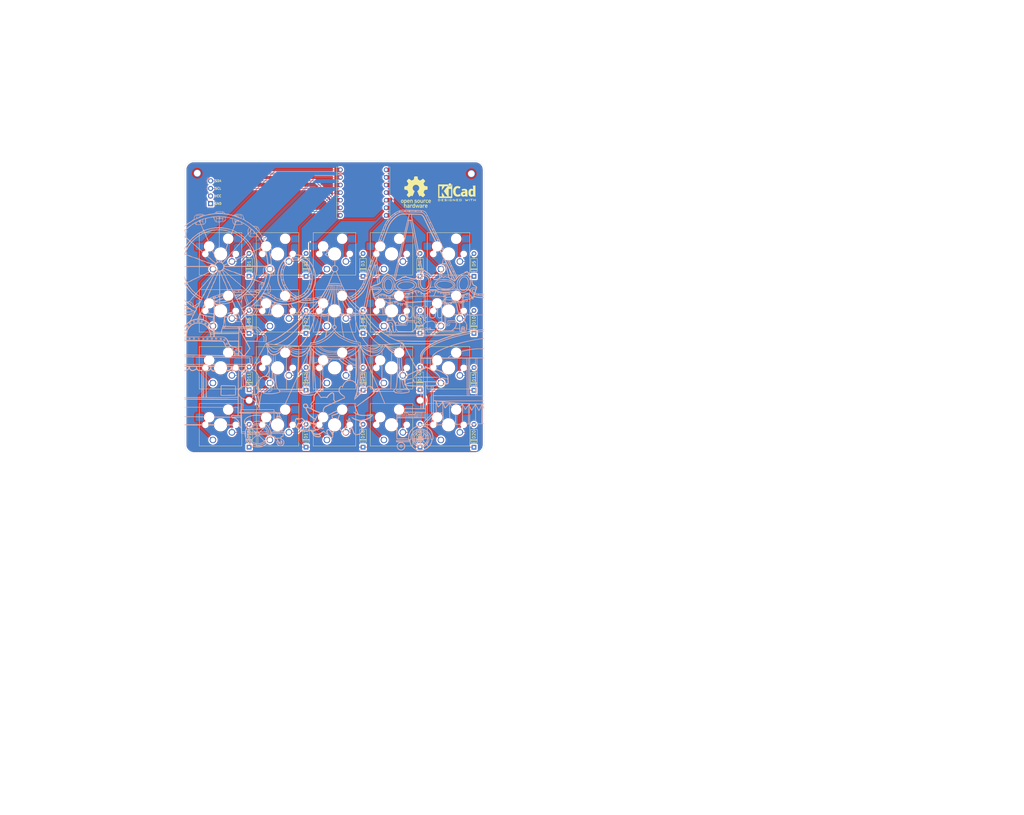
<source format=kicad_pcb>
(kicad_pcb (version 20241229) (generator "pcbnew") (generator_version "9.0")
  (layers (0 "F.Cu" signal) (2 "B.Cu" signal) (13 "F.Paste" user) (15 "B.Paste" user) (5 "F.SilkS" user "F.Silkscreen") (7 "B.SilkS" user "B.Silkscreen") (1 "F.Mask" user) (3 "B.Mask" user) (25 "Edge.Cuts" user))
  (net 0 "")
  (net 1 "Net-(D1-A)")
  (net 2 "R1")
  (net 3 "Net-(D2-A)")
  (net 4 "Net-(D3-A)")
  (net 5 "Net-(D4-A)")
  (net 6 "Net-(D5-A)")
  (net 7 "R2")
  (net 8 "Net-(D6-A)")
  (net 9 "Net-(D7-A)")
  (net 10 "Net-(D8-A)")
  (net 11 "R3")
  (net 12 "Net-(D9-A)")
  (net 13 "Net-(D10-A)")
  (net 14 "Net-(D11-A)")
  (net 15 "Net-(D12-A)")
  (net 16 "Net-(D13-A)")
  (net 17 "Net-(D14-A)")
  (net 18 "Net-(D15-A)")
  (net 19 "Net-(D16-A)")
  (net 20 "SDA")
  (net 21 "SCL")
  (net 22 "+3V3")
  (net 23 "GND")
  (net 24 "C1")
  (net 25 "C2")
  (net 26 "C4")
  (net 27 "C3")
  (net 29 "Net-(D17-A)")
  (net 30 "Net-(D18-A)")
  (net 31 "C5")
  (net 32 "R4")
  (net 33 "Net-(D19-A)")
  (net 34 "Net-(D20-A)")
  (footprint "Diode_THT:D_DO-35_SOD27_P7.62mm_Horizontal" (layer "F.Cu") (at 104.7718 45.5482 90)
    (property "Reference" "D4")
    (property "Value" "1N4148")
  )
  (footprint "MountingHole:MountingHole_2.2mm_M2_Pad_TopOnly" (layer "F.Cu") (at 121.914634 11.251566)
    (property "Reference" "REF**" (hide yes))
    (property "Value" "MountingHole_2.2mm_M2_Pad_TopOnly")
  )
  (footprint "Diode_THT:D_DO-35_SOD27_P7.62mm_Horizontal" (layer "F.Cu") (at 122.8 45.6 90)
    (property "Reference" "D5")
    (property "Value" "1N4148")
  )
  (footprint "Diode_THT:D_DO-35_SOD27_P7.62mm_Horizontal" (layer "F.Cu") (at 122.8 102.75 90)
    (property "Reference" "D20")
    (property "Value" "1N4148")
  )
  (footprint "Diode_THT:D_DO-35_SOD27_P7.62mm_Horizontal" (layer "F.Cu") (at 66.6718 83.6482 90)
    (property "Reference" "D12")
    (property "Value" "1N4148")
  )
  (footprint "dual_hotswap:dual-hotswap_MX" (layer "F.Cu") (at 57.15 95.25)
    (property "Reference" "SW17" (hide yes))
    (property "Value" "SW_Push_45deg")
  )
  (footprint "dual_hotswap:dual-hotswap_MX" (layer "F.Cu") (at 38.1 76.2)
    (property "Reference" "SW11" (hide yes))
    (property "Value" "SW_Push_45deg")
  )
  (footprint "dual_hotswap:dual-hotswap_MX" (layer "F.Cu") (at 76.2 76.2)
    (property "Reference" "SW13" (hide yes))
    (property "Value" "SW_Push_45deg")
  )
  (footprint "dual_hotswap:dual-hotswap_MX" (layer "F.Cu") (at 57.15 57.15)
    (property "Reference" "SW7" (hide yes))
    (property "Value" "SW_Push_45deg")
  )
  (footprint "MountingHole:MountingHole_2.2mm_M2_Pad_TopOnly" (layer "F.Cu") (at 47.63 87.06)
    (property "Reference" "REF**" (hide yes))
    (property "Value" "MountingHole_2.2mm_M2_Pad_TopOnly")
  )
  (footprint "dual_hotswap:dual-hotswap_MX" (layer "F.Cu") (at 38.1 95.25)
    (property "Reference" "SW16" (hide yes))
    (property "Value" "SW_Push_45deg")
  )
  (footprint "Diode_THT:D_DO-35_SOD27_P7.62mm_Horizontal" (layer "F.Cu") (at 66.6718 64.5982 90)
    (property "Reference" "D7")
    (property "Value" "1N4148")
  )
  (footprint "Diode_THT:D_DO-35_SOD27_P7.62mm_Horizontal" (layer "F.Cu") (at 104.77 83.56 90)
    (property "Reference" "D14")
    (property "Value" "1N4148")
  )
  (footprint "dual_hotswap:dual-hotswap_MX" (layer "F.Cu") (at 95.25 76.2)
    (property "Reference" "SW14" (hide yes))
    (property "Value" "SW_Push_45deg")
  )
  (footprint "dual_hotswap:dual-hotswap_MX" (layer "F.Cu") (at 114.3 38.1)
    (property "Reference" "SW5" (hide yes))
    (property "Value" "SW_Push_45deg")
  )
  (footprint "dual_hotswap:dual-hotswap_MX" (layer "F.Cu") (at 76.2 95.25)
    (property "Reference" "SW18" (hide yes))
    (property "Value" "SW_Push_45deg")
  )
  (footprint "Diode_THT:D_DO-35_SOD27_P7.62mm_Horizontal" (layer "F.Cu") (at 47.6218 64.5982 90)
    (property "Reference" "D6")
    (property "Value" "1N4148")
  )
  (footprint "dual_hotswap:dual-hotswap_MX" (layer "F.Cu") (at 114.3 95.25)
    (property "Reference" "SW20" (hide yes))
    (property "Value" "SW_Push_45deg")
  )
  (footprint "Diode_THT:D_DO-35_SOD27_P7.62mm_Horizontal" (layer "F.Cu") (at 85.7218 83.6482 90)
    (property "Reference" "D13")
    (property "Value" "1N4148")
  )
  (footprint "Diode_THT:D_DO-35_SOD27_P7.62mm_Horizontal" (layer "F.Cu") (at 104.7718 102.6982 90)
    (property "Reference" "D19")
    (property "Value" "1N4148")
  )
  (footprint "Diode_THT:D_DO-35_SOD27_P7.62mm_Horizontal" (layer "F.Cu") (at 85.7218 45.5482 90)
    (property "Reference" "D3")
    (property "Value" "1N4148")
  )
  (footprint "MountingHole:MountingHole_2.2mm_M2_Pad_TopOnly" (layer "F.Cu") (at 30.3 11.1)
    (property "Reference" "REF**" (hide yes))
    (property "Value" "MountingHole_2.2mm_M2_Pad_TopOnly")
  )
  (footprint "dual_hotswap:dual-hotswap_MX" (layer "F.Cu") (at 76.2 57.15)
    (property "Reference" "SW8" (hide yes))
    (property "Value" "SW_Push_45deg")
  )
  (footprint "MountingHole:MountingHole_2.2mm_M2_Pad_TopOnly" (layer "F.Cu") (at 104.775 87.06)
    (property "Reference" "REF**" (hide yes))
    (property "Value" "MountingHole_2.2mm_M2_Pad_TopOnly")
  )
  (footprint "dual_hotswap:dual-hotswap_MX" (layer "F.Cu") (at 76.2 38.1)
    (property "Reference" "SW3" (hide yes))
    (property "Value" "SW_Push_45deg")
  )
  (footprint "0.91-OLED:SSD1306-0.91-OLED-4pin-128x32" (layer "F.Cu") (at 71.2598 23.4618 180)
    (property "Reference" "J1" (hide yes))
    (property "Value" "Conn_01x04_Socket")
  )
  (footprint "Diode_THT:D_DO-35_SOD27_P7.62mm_Horizontal" (layer "F.Cu") (at 85.7218 64.5982 90)
    (property "Reference" "D8")
    (property "Value" "1N4148")
  )
  (footprint "dual_hotswap:dual-hotswap_MX" (layer "F.Cu") (at 95.25 57.15)
    (property "Reference" "SW9" (hide yes))
    (property "Value" "SW_Push_45deg")
  )
  (footprint "dual_hotswap:dual-hotswap_MX" (layer "F.Cu") (at 38.1 57.15)
    (property "Reference" "SW6" (hide yes))
    (property "Value" "SW_Push_45deg")
  )
  (footprint "dual_hotswap:dual-hotswap_MX" (layer "F.Cu") (at 95.25 38.1)
    (property "Reference" "SW4" (hide yes))
    (property "Value" "SW_Push_45deg")
  )
  (footprint "dual_hotswap:dual-hotswap_MX" (layer "F.Cu") (at 57.15 38.1)
    (property "Reference" "SW2" (hide yes))
    (property "Value" "SW_Push_45deg")
  )
  (footprint "Diode_THT:D_DO-35_SOD27_P7.62mm_Horizontal" (layer "F.Cu") (at 66.6718 45.5482 90)
    (property "Reference" "D2")
    (property "Value" "1N4148")
  )
  (footprint "Diode_THT:D_DO-35_SOD27_P7.62mm_Horizontal" (layer "F.Cu") (at 104.7718 64.5982 90)
    (property "Reference" "D9")
    (property "Value" "1N4148")
  )
  (footprint "dual_hotswap:dual-hotswap_MX" (layer "F.Cu") (at 57.15 76.2)
    (property "Reference" "SW12" (hide yes))
    (property "Value" "SW_Push_45deg")
  )
  (footprint "dual_hotswap:dual-hotswap_MX" (layer "F.Cu") (at 114.3 76.2)
    (property "Reference" "SW15" (hide yes))
    (property "Value" "SW_Push_45deg")
  )
  (footprint "Diode_THT:D_DO-35_SOD27_P7.62mm_Horizontal" (layer "F.Cu") (at 122.8 64.65 90)
    (property "Reference" "D10")
    (property "Value" "1N4148")
  )
  (footprint "dual_hotswap:dual-hotswap_MX" (layer "F.Cu") (at 38.1 38.1)
    (property "Reference" "SW1" (hide yes))
    (property "Value" "SW_Push_45deg")
  )
  (footprint "dual_hotswap:dual-hotswap_MX" (layer "F.Cu") (at 95.25 95.25)
    (property "Reference" "SW19" (hide yes))
    (property "Value" "SW_Push_45deg")
  )
  (footprint "Diode_THT:D_DO-35_SOD27_P7.62mm_Horizontal" (layer "F.Cu") (at 47.6218 102.6982 90)
    (property "Reference" "D16")
    (property "Value" "1N4148")
  )
  (footprint "Diode_THT:D_DO-35_SOD27_P7.62mm_Horizontal" (layer "F.Cu") (at 66.6718 102.6982 90)
    (property "Reference" "D17")
    (property "Value" "1N4148")
  )
  (footprint "Diode_THT:D_DO-35_SOD27_P7.62mm_Horizontal" (layer "F.Cu") (at 122.8 83.7 90)
    (property "Reference" "D15")
    (property "Value" "1N4148")
  )
  (footprint "Symbol:KiCad-Logo2_5mm_SilkScreen" (layer "F.Cu") (at 117.1 17.45)
    (property "Reference" "logo1" (hide yes))
    (property "Value" "KiCad-Logo2_5mm_SilkScreen" (hide yes))
  )
  (footprint "Diode_THT:D_DO-35_SOD27_P7.62mm_Horizontal" (layer "F.Cu") (at 47.63 83.55 90)
    (property "Reference" "D11")
    (property "Value" "1N4148")
  )
  (footprint "Diode_THT:D_DO-35_SOD27_P7.62mm_Horizontal" (layer "F.Cu") (at 85.7218 102.6982 90)
    (property "Reference" "D18")
    (property "Value" "1N4148")
  )
  (footprint "Diode_THT:D_DO-35_SOD27_P7.62mm_Horizontal" (layer "F.Cu") (at 47.6 45.52 90)
    (property "Reference" "D1")
    (property "Value" "1N4148")
  )
  (footprint "dual_hotswap:dual-hotswap_MX" (layer "F.Cu") (at 114.3 57.15)
    (property "Reference" "SW10" (hide yes))
    (property "Value" "SW_Push_45deg")
  )
  (footprint "Seeed-XIAO:XIAO-RP2040-DIP" (layer "F.Cu") (at 85.8012 17.5768)
    (property "Reference" "U1" (hide yes))
    (property "Value" "XIAO-RP2040-DIP")
  )
  (footprint "LOGO" (layer "F.Cu") (at 103.4 17.414668)
    (property "Reference" "G***" (hide yes))
    (property "Value" "LOGO" (hide yes))
  )
  (footprint "LOGO" (layer "B.Cu") (at 76.102862 60.227255 180)
    (property "Reference" "G***" (hide yes))
    (property "Value" "LOGO" (hide yes))
  )
  (gr_arc (start 26.2 9.9662) (mid 27.07868 7.84488) (end 29.2 6.9662) (stroke (width 0.05)) (layer "Edge.Cuts"))
  (gr_line (start 123.2 104.855) (end 29.2 104.855) (stroke (width 0.05)) (layer "Edge.Cuts"))
  (gr_arc (start 126.2 101.855) (mid 125.32132 103.97632) (end 123.2 104.855) (stroke (width 0.05)) (layer "Edge.Cuts"))
  (gr_line (start 29.2 6.9662) (end 123.2 6.9662) (stroke (width 0.05)) (layer "Edge.Cuts"))
  (gr_line (start 26.2 101.855) (end 26.2 9.9662) (stroke (width 0.05)) (layer "Edge.Cuts"))
  (gr_arc (start 29.2 104.855) (mid 27.07868 103.97632) (end 26.2 101.855) (stroke (width 0.05)) (layer "Edge.Cuts"))
  (gr_arc (start 123.2 6.9662) (mid 125.32132 7.84488) (end 126.2 9.9662) (stroke (width 0.05)) (layer "Edge.Cuts"))
  (gr_line (start 126.2 9.9662) (end 126.2 101.855) (stroke (width 0.05)) (layer "Edge.Cuts"))
  (segment (start 41.89 40.62) (end 44.93 40.62) (width 0.2) (layer "F.Cu") (net 1))
  (segment (start 44.93 40.62) (end 47.6218 37.9282) (width 0.2) (layer "F.Cu") (net 1))
  (segment (start 43.942 33.02) (end 41.89 35.072) (width 0.2) (layer "B.Cu") (net 1))
  (segment (start 41.89 35.072) (end 41.89 40.62) (width 0.2) (layer "B.Cu") (net 1))
  (segment (start 66.6718 45.5482) (end 67.7728 44.4472) (width 0.2) (layer "F.Cu") (net 2))
  (segment (start 67.7728 33.6072) (end 76.1832 25.1968) (width 0.2) (layer "F.Cu") (net 2))
  (segment (start 47.6218 45.5482) (end 122.7482 45.5482) (width 0.2) (layer "F.Cu") (net 2))
  (segment (start 67.7728 44.4472) (end 67.7728 33.6072) (width 0.2) (layer "F.Cu") (net 2))
  (segment (start 76.1832 25.1968) (end 77.3462 25.1968) (width 0.2) (layer "F.Cu") (net 2))
  (segment (start 122.7482 45.5482) (end 122.8 45.6) (width 0.2) (layer "F.Cu") (net 2))
  (segment (start 63.98 40.62) (end 66.6718 37.9282) (width 0.2) (layer "F.Cu") (net 3))
  (segment (start 60.94 40.62) (end 63.98 40.62) (width 0.2) (layer "F.Cu") (net 3))
  (segment (start 60.94 35.072) (end 60.94 40.62) (width 0.2) (layer "B.Cu") (net 3))
  (segment (start 62.992 33.02) (end 60.94 35.072) (width 0.2) (layer "B.Cu") (net 3))
  (segment (start 83.03 40.62) (end 85.7218 37.9282) (width 0.2) (layer "F.Cu") (net 4))
  (segment (start 79.99 40.62) (end 83.03 40.62) (width 0.2) (layer "F.Cu") (net 4))
  (segment (start 82.042 33.02) (end 79.99 35.072) (width 0.2) (layer "B.Cu") (net 4))
  (segment (start 79.99 35.072) (end 79.99 40.62) (width 0.2) (layer "B.Cu") (net 4))
  (segment (start 102.08 40.62) (end 104.7718 37.9282) (width 0.2) (layer "F.Cu") (net 5))
  (segment (start 99.04 40.62) (end 102.08 40.62) (width 0.2) (layer "F.Cu") (net 5))
  (segment (start 101.092 33.02) (end 99.04 35.072) (width 0.2) (layer "B.Cu") (net 5))
  (segment (start 99.04 35.072) (end 99.04 40.62) (width 0.2) (layer "B.Cu") (net 5))
  (segment (start 120.16 40.62) (end 118.09 40.62) (width 0.2) (layer "F.Cu") (net 6))
  (segment (start 122.8 37.98) (end 120.16 40.62) (width 0.2) (layer "F.Cu") (net 6))
  (segment (start 120.142 33.02) (end 118.09 35.072) (width 0.2) (layer "B.Cu") (net 6))
  (segment (start 118.09 35.072) (end 118.09 40.62) (width 0.2) (layer "B.Cu") (net 6))
  (segment (start 122.7482 64.5982) (end 122.8 64.65) (width 0.2) (layer "F.Cu") (net 7))
  (segment (start 47.6218 64.5982) (end 122.7482 64.5982) (width 0.2) (layer "F.Cu") (net 7))
  (segment (start 45.95 36.86384) (end 67.77704 15.0368) (width 0.2) (layer "B.Cu") (net 7))
  (segment (start 67.77704 15.0368) (end 78.1812 15.0368) (width 0.2) (layer "B.Cu") (net 7))
  (segment (start 45.95 62.9264) (end 45.95 36.86384) (width 0.2) (layer "B.Cu") (net 7))
  (segment (start 47.6218 64.5982) (end 45.95 62.9264) (width 0.2) (layer "B.Cu") (net 7))
  (segment (start 44.93 59.67) (end 47.6218 56.9782) (width 0.2) (layer "F.Cu") (net 8))
  (segment (start 41.89 59.67) (end 44.93 59.67) (width 0.2) (layer "F.Cu") (net 8))
  (segment (start 43.942 52.07) (end 41.89 54.122) (width 0.2) (layer "B.Cu") (net 8))
  (segment (start 41.89 54.122) (end 41.89 59.67) (width 0.2) (layer "B.Cu") (net 8))
  (segment (start 60.94 59.67) (end 63.98 59.67) (width 0.2) (layer "F.Cu") (net 9))
  (segment (start 63.98 59.67) (end 66.6718 56.9782) (width 0.2) (layer "F.Cu") (net 9))
  (segment (start 62.992 52.07) (end 60.94 54.122) (width 0.2) (layer "B.Cu") (net 9))
  (segment (start 60.94 54.122) (end 60.94 59.67) (width 0.2) (layer "B.Cu") (net 9))
  (segment (start 83.03 59.67) (end 85.7218 56.9782) (width 0.2) (layer "F.Cu") (net 10))
  (segment (start 79.99 59.67) (end 83.03 59.67) (width 0.2) (layer "F.Cu") (net 10))
  (segment (start 79.99 54.122) (end 79.99 59.67) (width 0.2) (layer "B.Cu") (net 10))
  (segment (start 82.042 52.07) (end 79.99 54.122) (width 0.2) (layer "B.Cu") (net 10))
  (segment (start 122.8 83.7) (end 47.6736 83.7) (width 0.2) (layer "F.Cu") (net 11))
  (segment (start 47.6736 83.7) (end 47.6218 83.6482) (width 0.2) (layer "F.Cu") (net 11))
  (segment (start 45.549 81.5754) (end 45.549 36.69774) (width 0.2) (layer "B.Cu") (net 11))
  (segment (start 47.6218 83.6482) (end 45.549 81.5754) (width 0.2) (layer "B.Cu") (net 11))
  (segment (start 45.549 36.69774) (end 69.74994 12.4968) (width 0.2) (layer "B.Cu") (net 11))
  (segment (start 69.74994 12.4968) (end 78.1812 12.4968) (width 0.2) (layer "B.Cu") (net 11))
  (segment (start 102.08 59.67) (end 104.7718 56.9782) (width 0.2) (layer "F.Cu") (net 12))
  (segment (start 99.04 59.67) (end 102.08 59.67) (width 0.2) (layer "F.Cu") (net 12))
  (segment (start 101.092 52.07) (end 99.04 54.122) (width 0.2) (layer "B.Cu") (net 12))
  (segment (start 99.04 54.122) (end 99.04 59.67) (width 0.2) (layer "B.Cu") (net 12))
  (segment (start 118.09 59.67) (end 120.16 59.67) (width 0.2) (layer "F.Cu") (net 13))
  (segment (start 120.16 59.67) (end 122.8 57.03) (width 0.2) (layer "F.Cu") (net 13))
  (segment (start 120.142 52.07) (end 118.09 54.122) (width 0.2) (layer "B.Cu") (net 13))
  (segment (start 118.09 54.122) (end 118.09 59.67) (width 0.2) (layer "B.Cu") (net 13))
  (segment (start 41.89 78.72) (end 44.93 78.72) (width 0.2) (layer "F.Cu") (net 14))
  (segment (start 44.93 78.72) (end 47.6218 76.0282) (width 0.2) (layer "F.Cu") (net 14))
  (segment (start 41.89 73.172) (end 41.89 78.72) (width 0.2) (layer "B.Cu") (net 14))
  (segment (start 43.942 71.12) (end 41.89 73.172) (width 0.2) (layer "B.Cu") (net 14))
  (segment (start 60.94 78.72) (end 63.98 78.72) (width 0.2) (layer "F.Cu") (net 15))
  (segment (start 63.98 78.72) (end 66.6718 76.0282) (width 0.2) (layer "F.Cu") (net 15))
  (segment (start 60.94 73.172) (end 60.94 78.72) (width 0.2) (layer "B.Cu") (net 15))
  (segment (start 62.992 71.12) (end 60.94 73.172) (width 0.2) (layer "B.Cu") (net 15))
  (segment (start 83.03 78.72) (end 85.7218 76.0282) (width 0.2) (layer "F.Cu") (net 16))
  (segment (start 79.99 78.72) (end 83.03 78.72) (width 0.2) (layer "F.Cu") (net 16))
  (segment (start 82.042 71.12) (end 79.99 73.172) (width 0.2) (layer "B.Cu") (net 16))
  (segment (start 79.99 73.172) (end 79.99 78.72) (width 0.2) (layer "B.Cu") (net 16))
  (segment (start 99.04 78.72) (end 102.08 78.72) (width 0.2) (layer "F.Cu") (net 17))
  (segment (start 102.08 78.72) (end 104.7718 76.0282) (width 0.2) (layer "F.Cu") (net 17))
  (segment (start 99.04 73.172) (end 99.04 78.72) (width 0.2) (layer "B.Cu") (net 17))
  (segment (start 101.092 71.12) (end 99.04 73.172) (width 0.2) (layer "B.Cu") (net 17))
  (segment (start 118.09 78.72) (end 120.16 78.72) (width 0.2) (layer "F.Cu") (net 18))
  (segment (start 120.16 78.72) (end 122.8 76.08) (width 0.2) (layer "F.Cu") (net 18))
  (segment (start 120.142 71.12) (end 118.09 73.172) (width 0.2) (layer "B.Cu") (net 18))
  (segment (start 118.09 73.172) (end 118.09 78.72) (width 0.2) (layer "B.Cu") (net 18))
  (segment (start 44.93 97.77) (end 47.6218 95.0782) (width 0.2) (layer "F.Cu") (net 19))
  (segment (start 41.89 97.77) (end 44.93 97.77) (width 0.2) (layer "F.Cu") (net 19))
  (segment (start 43.942 90.17) (end 41.89 92.222) (width 0.2) (layer "B.Cu") (net 19))
  (segment (start 41.89 92.222) (end 41.89 97.77) (width 0.2) (layer "B.Cu") (net 19))
  (segment (start 34.7598 13.6518) (end 69.7018 13.6518) (width 0.2) (layer "F.Cu") (net 20))
  (segment (start 76.1668 20.1168) (end 77.3462 20.1168) (width 0.2) (layer "F.Cu") (net 20))
  (segment (start 69.7018 13.6518) (end 76.1668 20.1168) (width 0.2) (layer "F.Cu") (net 20))
  (segment (start 69.6918 16.1918) (end 76.1568 22.6568) (width 0.2) (layer "F.Cu") (net 21))
  (segment (start 34.7598 16.1918) (end 69.6918 16.1918) (width 0.2) (layer "F.Cu") (net 21))
  (segment (start 76.1568 22.6568) (end 77.3462 22.6568) (width 0.2) (layer "F.Cu") (net 21))
  (segment (start 33.6088 13.17504) (end 35.35004 11.4338) (width 0.2) (layer "F.Cu") (net 22))
  (segment (start 34.7598 18.7318) (end 33.6088 17.5808) (width 0.2) (layer "F.Cu") (net 22))
  (segment (start 33.6088 17.5808) (end 33.6088 13.17504) (width 0.2) (layer "F.Cu") (net 22))
  (segment (start 35.35004 11.4338) (end 89.8182 11.4338) (width 0.2) (layer "F.Cu") (net 22))
  (segment (start 89.8182 11.4338) (end 93.4212 15.0368) (width 0.2) (layer "F.Cu") (net 22))
  (segment (start 35.18394 11.0328) (end 91.9572 11.0328) (width 0.2) (layer "F.Cu") (net 23))
  (segment (start 91.9572 11.0328) (end 93.4212 12.4968) (width 0.2) (layer "F.Cu") (net 23))
  (segment (start 34.7598 21.2718) (end 33.2078 19.7198) (width 0.2) (layer "F.Cu") (net 23))
  (segment (start 33.2078 19.7198) (end 33.2078 13.00894) (width 0.2) (layer "F.Cu") (net 23))
  (segment (start 33.2078 13.00894) (end 35.18394 11.0328) (width 0.2) (layer "F.Cu") (net 23))
  (segment (start 31.015 38.635) (end 35.54 43.16) (width 0.2) (layer "B.Cu") (net 24))
  (segment (start 31.015 57.685) (end 35.54 62.21) (width 0.2) (layer "B.Cu") (net 24))
  (segment (start 31.015 35.56) (end 31.015 38.635) (width 0.2) (layer "B.Cu") (net 24))
  (segment (start 31.015 66.735) (end 35.54 62.21) (width 0.2) (layer "B.Cu") (net 24))
  (segment (start 56.6182 9.9568) (end 78.1812 9.9568) (width 0.2) (layer "B.Cu") (net 24))
  (segment (start 35.54 43.16) (end 31.015 47.685) (width 0.2) (layer "B.Cu") (net 24))
  (segment (start 31.015 95.785) (end 35.54 100.31) (width 0.2) (layer "B.Cu") (net 24))
  (segment (start 31.015 92.71) (end 31.015 95.785) (width 0.2) (layer "B.Cu") (net 24))
  (segment (start 31.015 92.71) (end 31.015 85.785) (width 0.2) (layer "B.Cu") (net 24))
  (segment (start 31.015 35.56) (end 56.6182 9.9568) (width 0.2) (layer "B.Cu") (net 24))
  (segment (start 31.015 73.66) (end 31.015 76.735) (width 0.2) (layer "B.Cu") (net 24))
  (segment (start 31.015 85.785) (end 35.54 81.26) (width 0.2) (layer "B.Cu") (net 24))
  (segment (start 31.015 73.66) (end 31.015 66.735) (width 0.2) (layer "B.Cu") (net 24))
  (segment (start 31.015 76.735) (end 35.54 81.26) (width 0.2) (layer "B.Cu") (net 24))
  (segment (start 31.015 54.61) (end 31.015 57.685) (width 0.2) (layer "B.Cu") (net 24))
  (segment (start 31.015 47.685) (end 31.015 54.61) (width 0.2) (layer "B.Cu") (net 24))
  (segment (start 89.618 23.92) (end 93.4212 20.1168) (width 0.2) (layer "F.Cu") (net 25))
  (segment (start 52.735 32.89) (end 52.735 32.885) (width 0.2) (layer "F.Cu") (net 25))
  (segment (start 52.735 32.885) (end 61.7 23.92) (width 0.2) (layer "F.Cu") (net 25))
  (segment (start 61.7 23.92) (end 89.618 23.92) (width 0.2) (layer "F.Cu") (net 25))
  (via (at 52.735 32.89) (size 0.6) (drill 0.3) (layers "F.Cu" "B.Cu") (net 25))
  (segment (start 50.15 85.7) (end 54.59 81.26) (width 0.2) (layer "B.Cu") (net 25))
  (segment (start 50.065 54.61) (end 50.065 57.685) (width 0.2) (layer "B.Cu") (net 25))
  (segment (start 50.15 92.625) (end 50.15 85.7) (width 0.2) (layer "B.Cu") (net 25))
  (segment (start 50.065 76.735) (end 54.59 81.26) (width 0.2) (layer "B.Cu") (net 25))
  (segment (start 50.065 73.66) (end 50.065 66.735) (width 0.2) (layer "B.Cu") (net 25))
  (segment (start 50.065 92.71) (end 50.065 95.785) (width 0.2) (layer "B.Cu") (net 25))
  (segment (start 50.065 66.735) (end 54.59 62.21) (width 0.2) (layer "B.Cu") (net 25))
  (segment (start 50.065 54.61) (end 50.065 47.685) (width 0.2) (layer "B.Cu") (net 25))
  (segment (start 50.065 95.785) (end 54.59 100.31) (width 0.2) (layer "B.Cu") (net 25))
  (segment (start 50.065 92.71) (end 50.15 92.625) (width 0.2) (layer "B.Cu") (net 25))
  (segment (start 50.065 35.56) (end 50.065 38.635) (width 0.2) (layer "B.Cu") (net 25))
  (segment (start 50.065 47.685) (end 54.59 43.16) (width 0.2) (layer "B.Cu") (net 25))
  (segment (start 50.065 73.66) (end 50.065 76.735) (width 0.2) (layer "B.Cu") (net 25))
  (segment (start 52.735 32.89) (end 50.065 35.56) (width 0.2) (layer "B.Cu") (net 25))
  (segment (start 50.065 57.685) (end 54.59 62.21) (width 0.2) (layer "B.Cu") (net 25))
  (segment (start 50.065 38.635) (end 54.59 43.16) (width 0.2) (layer "B.Cu") (net 25))
  (segment (start 88.165 92.71) (end 88.165 85.785) (width 0.2) (layer "B.Cu") (net 26))
  (segment (start 88.165 73.66) (end 88.165 66.735) (width 0.2) (layer "B.Cu") (net 26))
  (segment (start 88.165 54.61) (end 88.165 47.685) (width 0.2) (layer "B.Cu") (net 26))
  (segment (start 88.165 35.56) (end 88.165 38.635) (width 0.2) (layer "B.Cu") (net 26))
  (segment (start 88.165 57.685) (end 92.69 62.21) (width 0.2) (layer "B.Cu") (net 26))
  (segment (start 88.165 66.735) (end 92.69 62.21) (width 0.2) (layer "B.Cu") (net 26))
  (segment (start 88.165 85.785) (end 92.69 81.26) (width 0.2) (layer "B.Cu") (net 26))
  (segment (start 88.165 95.785) (end 92.69 100.31) (width 0.2) (layer "B.Cu") (net 26))
  (segment (start 92.69 81.26) (end 88.165 76.735) (width 0.2) (layer "B.Cu") (net 26))
  (segment (start 88.165 35.56) (end 88.165 30.453) (width 0.2) (layer "B.Cu") (net 26))
  (segment (start 88.165 38.635) (end 92.69 43.16) (width 0.2) (layer "B.Cu") (net 26))
  (segment (start 88.165 47.685) (end 92.69 43.16) (width 0.2) (layer "B.Cu") (net 26))
  (segment (start 88.165 54.61) (end 88.165 57.685) (width 0.2) (layer "B.Cu") (net 26))
  (segment (start 88.165 30.453) (end 93.4212 25.1968) (width 0.2) (layer "B.Cu") (net 26))
  (segment (start 88.165 76.735) (end 88.165 73.66) (width 0.2) (layer "B.Cu") (net 26))
  (segment (start 88.165 92.71) (end 88.165 95.785) (width 0.2) (layer "B.Cu") (net 26))
  (segment (start 69.115 35.56) (end 69.115 38.635) (width 0.2) (layer "B.Cu") (net 27))
  (segment (start 78.205 26.47) (end 89.608 26.47) (width 0.2) (layer "B.Cu") (net 27))
  (segment (start 69.115 73.66) (end 69.115 76.735) (width 0.2) (layer "B.Cu") (net 27))
  (segment (start 69.115 35.56) (end 78.205 26.47) (width 0.2) (layer "B.Cu") (net 27))
  (segment (start 69.115 57.685) (end 73.64 62.21) (width 0.2) (layer "B.Cu") (net 27))
  (segment (start 89.608 26.47) (end 93.4212 22.6568) (width 0.2) (layer "B.Cu") (net 27))
  (segment (start 69.115 85.785) (end 69.115 92.71) (width 0.2) (layer "B.Cu") (net 27))
  (segment (start 69.115 73.66) (end 69.115 66.735) (width 0.2) (layer "B.Cu") (net 27))
  (segment (start 69.115 47.685) (end 69.115 54.61) (width 0.2) (layer "B.Cu") (net 27))
  (segment (start 69.115 66.735) (end 73.64 62.21) (width 0.2) (layer "B.Cu") (net 27))
  (segment (start 69.115 54.61) (end 69.115 57.685) (width 0.2) (layer "B.Cu") (net 27))
  (segment (start 69.115 38.635) (end 73.64 43.16) (width 0.2) (layer "B.Cu") (net 27))
  (segment (start 73.64 43.16) (end 69.115 47.685) (width 0.2) (layer "B.Cu") (net 27))
  (segment (start 73.64 81.26) (end 69.115 85.785) (width 0.2) (layer "B.Cu") (net 27))
  (segment (start 69.115 95.785) (end 73.64 100.31) (width 0.2) (layer "B.Cu") (net 27))
  (segment (start 69.115 92.71) (end 69.115 95.785) (width 0.2) (layer "B.Cu") (net 27))
  (segment (start 69.115 76.735) (end 73.64 81.26) (width 0.2) (layer "B.Cu") (net 27))
  (segment (start 63.98 97.77) (end 66.6718 95.0782) (width 0.2) (layer "F.Cu") (net 29))
  (segment (start 60.94 97.77) (end 63.98 97.77) (width 0.2) (layer "F.Cu") (net 29))
  (segment (start 62.992 90.17) (end 60.94 92.222) (width 0.2) (layer "B.Cu") (net 29))
  (segment (start 60.94 92.222) (end 60.94 97.77) (width 0.2) (layer "B.Cu") (net 29))
  (segment (start 79.99 97.77) (end 83.03 97.77) (width 0.2) (layer "F.Cu") (net 30))
  (segment (start 83.03 97.77) (end 85.7218 95.0782) (width 0.2) (layer "F.Cu") (net 30))
  (segment (start 82.042 90.17) (end 79.99 92.222) (width 0.2) (layer "B.Cu") (net 30))
  (segment (start 79.99 92.222) (end 79.99 97.77) (width 0.2) (layer "B.Cu") (net 30))
  (segment (start 107.215 54.61) (end 107.215 47.685) (width 0.2) (layer "B.Cu") (net 31))
  (segment (start 107.215 35.56) (end 107.215 38.635) (width 0.2) (layer "B.Cu") (net 31))
  (segment (start 107.215 76.735) (end 111.74 81.26) (width 0.2) (layer "B.Cu") (net 31))
  (segment (start 107.215 73.66) (end 107.215 76.735) (width 0.2) (layer "B.Cu") (net 31))
  (segment (start 107.215 66.735) (end 111.74 62.21) (width 0.2) (layer "B.Cu") (net 31))
  (segment (start 107.215 47.685) (end 111.74 43.16) (width 0.2) (layer "B.Cu") (net 31))
  (segment (start 111.74 81.26) (end 107.28 85.72) (width 0.2) (layer "B.Cu") (net 31))
  (segment (start 107.215 57.685) (end 111.74 62.21) (width 0.2) (layer "B.Cu") (net 31))
  (segment (start 107.28 85.72) (end 107.28 92.18) (width 0.2) (layer "B.Cu") (net 31))
  (segment (start 107.215 92.71) (end 107.215 95.785) (width 0.2) (layer "B.Cu") (net 31))
  (segment (start 107.215 35.56) (end 107.215 31.3706) (width 0.2) (layer "B.Cu") (net 31))
  (segment (start 107.215 54.61) (end 107.215 57.685) (width 0.2) (layer "B.Cu") (net 31))
  (segment (start 107.215 95.785) (end 111.74 100.31) (width 0.2) (layer "B.Cu") (net 31))
  (segment (start 107.215 38.635) (end 111.74 43.16) (width 0.2) (layer "B.Cu") (net 31))
  (segment (start 107.215 73.66) (end 107.215 66.735) (width 0.2) (layer "B.Cu") (net 31))
  (segment (start 107.215 31.3706) (end 93.4212 17.5768) (width 0.2) (layer "B.Cu") (net 31))
  (segment (start 122.7482 102.6982) (end 122.8 102.75) (width 0.2) (layer "F.Cu") (net 32))
  (segment (start 47.6218 102.6982) (end 122.7482 102.6982) (width 0.2) (layer "F.Cu") (net 32))
  (segment (start 64.58 29.15) (end 64.58 100.6064) (width 0.2) (layer "B.Cu") (net 32))
  (segment (start 76.1532 17.5768) (end 64.58 29.15) (width 0.2) (layer "B.Cu") (net 32))
  (segment (start 78.1812 17.5768) (end 76.1532 17.5768) (width 0.2) (layer "B.Cu") (net 32))
  (segment (start 64.58 100.6064) (end 66.6718 102.6982) (width 0.2) (layer "B.Cu") (net 32))
  (segment (start 102.08 97.77) (end 104.7718 95.0782) (width 0.2) (layer "F.Cu") (net 33))
  (segment (start 99.04 97.77) (end 102.08 97.77) (width 0.2) (layer "F.Cu") (net 33))
  (segment (start 101.092 90.17) (end 99.04 92.222) (width 0.2) (layer "B.Cu") (net 33))
  (segment (start 99.04 92.222) (end 99.04 97.77) (width 0.2) (layer "B.Cu") (net 33))
  (segment (start 120.16 97.77) (end 122.8 95.13) (width 0.2) (layer "F.Cu") (net 34))
  (segment (start 118.09 97.77) (end 120.16 97.77) (width 0.2) (layer "F.Cu") (net 34))
  (segment (start 118.09 92.222) (end 118.09 97.77) (width 0.2) (layer "B.Cu") (net 34))
  (segment (start 120.142 90.17) (end 118.09 92.222) (width 0.2) (layer "B.Cu") (net 34))
  (zone (net 0) (net_name "") (layers "F.Cu" "B.Cu") (connect_pads (clearance 0.5)) (min_thickness 0.25) (fill yes (thermal_gap 0.5) (thermal_bridge_width 0.5) (island_removal_mode 1) (island_area_min 10))
    (polygon (pts (xy 305.3588 215.3666) (xy 306.6542 -32.131) (xy -35.6362 -46.8376) (xy -23.876 225.8314)))
  )
)
</source>
